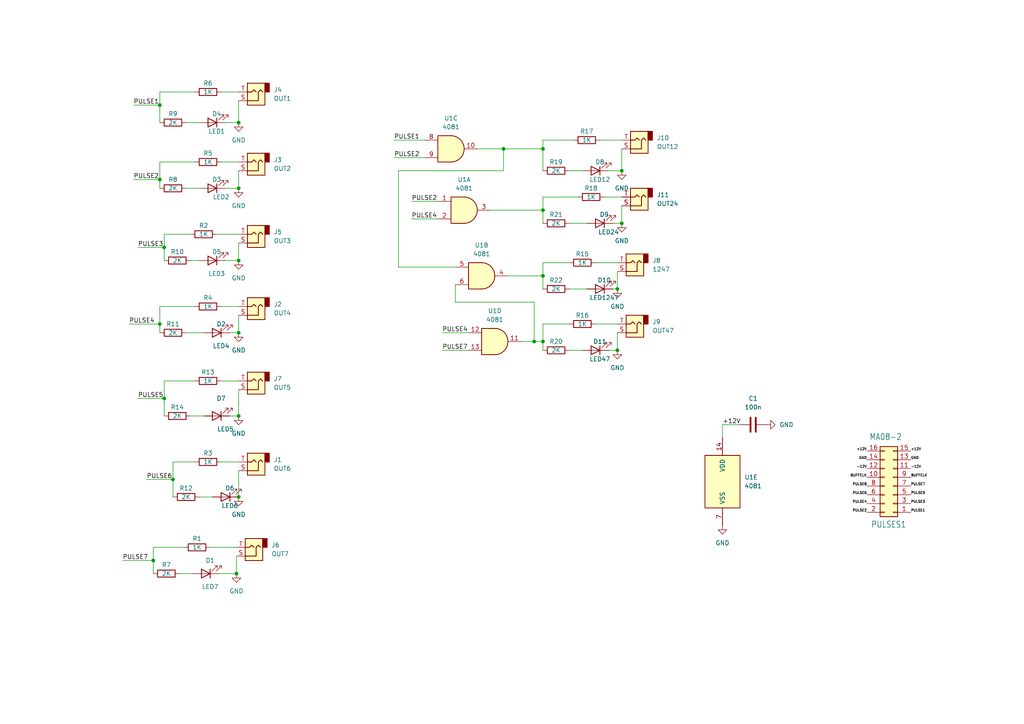
<source format=kicad_sch>
(kicad_sch (version 20211123) (generator eeschema)
  (paper "A4")
  (lib_symbols
    (symbol "4xxx:4081" (pin_names (offset 1.016))
      (property "Reference" "U" (at 0 1.27 0))
      (property "Value" "4081" (at 0 -1.27 0))
      (symbol "4081_1_1"
        (arc (start 0 -3.81) (mid 3.81 0) (end 0 3.81) (stroke (width 0.254)) (fill (type background)))
        (polyline (pts (xy 0 3.81) (xy -3.81 3.81) (xy -3.81 -3.81) (xy 0 -3.81)) (stroke (width 0.254)) (fill (type background)))
        (pin input line (at -7.62 2.54 0) (length 3.81) (name "~") (number "1"))
        (pin input line (at -7.62 -2.54 0) (length 3.81) (name "~") (number "2"))
        (pin output line (at 7.62 0 180) (length 3.81) (name "~") (number "3"))
      )
      (symbol "4081_1_2"
        (arc (start -3.81 -3.81) (mid -2.589 0) (end -3.81 3.81) (stroke (width 0.254)))
        (arc (start -0.6096 -3.81) (mid 2.1855 -2.584) (end 3.81 0) (stroke (width 0.254)) (fill (type background)))
        (polyline (pts (xy -3.81 -3.81) (xy -0.635 -3.81)) (stroke (width 0.254)) (fill (type background)))
        (polyline (pts (xy -3.81 3.81) (xy -0.635 3.81)) (stroke (width 0.254)) (fill (type background)))
        (polyline (pts (xy -0.635 3.81) (xy -3.81 3.81) (xy -3.81 3.81) (xy -3.556 3.4036) (xy -3.0226 2.2606) (xy -2.6924 1.0414) (xy -2.6162 -0.254) (xy -2.7686 -1.4986) (xy -3.175 -2.7178) (xy -3.81 -3.81) (xy -3.81 -3.81) (xy -0.635 -3.81)) (stroke (width -25.4)) (fill (type background)))
        (arc (start 3.81 0) (mid 2.1928 2.5925) (end -0.6096 3.81) (stroke (width 0.254)) (fill (type background)))
        (pin input inverted (at -7.62 2.54 0) (length 4.318) (name "~") (number "1"))
        (pin input inverted (at -7.62 -2.54 0) (length 4.318) (name "~") (number "2"))
        (pin output inverted (at 7.62 0 180) (length 3.81) (name "~") (number "3"))
      )
      (symbol "4081_2_1"
        (arc (start 0 -3.81) (mid 3.81 0) (end 0 3.81) (stroke (width 0.254)) (fill (type background)))
        (polyline (pts (xy 0 3.81) (xy -3.81 3.81) (xy -3.81 -3.81) (xy 0 -3.81)) (stroke (width 0.254)) (fill (type background)))
        (pin output line (at 7.62 0 180) (length 3.81) (name "~") (number "4"))
        (pin input line (at -7.62 2.54 0) (length 3.81) (name "~") (number "5"))
        (pin input line (at -7.62 -2.54 0) (length 3.81) (name "~") (number "6"))
      )
      (symbol "4081_2_2"
        (arc (start -3.81 -3.81) (mid -2.589 0) (end -3.81 3.81) (stroke (width 0.254)))
        (arc (start -0.6096 -3.81) (mid 2.1855 -2.584) (end 3.81 0) (stroke (width 0.254)) (fill (type background)))
        (polyline (pts (xy -3.81 -3.81) (xy -0.635 -3.81)) (stroke (width 0.254)) (fill (type background)))
        (polyline (pts (xy -3.81 3.81) (xy -0.635 3.81)) (stroke (width 0.254)) (fill (type background)))
        (polyline (pts (xy -0.635 3.81) (xy -3.81 3.81) (xy -3.81 3.81) (xy -3.556 3.4036) (xy -3.0226 2.2606) (xy -2.6924 1.0414) (xy -2.6162 -0.254) (xy -2.7686 -1.4986) (xy -3.175 -2.7178) (xy -3.81 -3.81) (xy -3.81 -3.81) (xy -0.635 -3.81)) (stroke (width -25.4)) (fill (type background)))
        (arc (start 3.81 0) (mid 2.1928 2.5925) (end -0.6096 3.81) (stroke (width 0.254)) (fill (type background)))
        (pin output inverted (at 7.62 0 180) (length 3.81) (name "~") (number "4"))
        (pin input inverted (at -7.62 2.54 0) (length 4.318) (name "~") (number "5"))
        (pin input inverted (at -7.62 -2.54 0) (length 4.318) (name "~") (number "6"))
      )
      (symbol "4081_3_1"
        (arc (start 0 -3.81) (mid 3.81 0) (end 0 3.81) (stroke (width 0.254)) (fill (type background)))
        (polyline (pts (xy 0 3.81) (xy -3.81 3.81) (xy -3.81 -3.81) (xy 0 -3.81)) (stroke (width 0.254)) (fill (type background)))
        (pin output line (at 7.62 0 180) (length 3.81) (name "~") (number "10"))
        (pin input line (at -7.62 2.54 0) (length 3.81) (name "~") (number "8"))
        (pin input line (at -7.62 -2.54 0) (length 3.81) (name "~") (number "9"))
      )
      (symbol "4081_3_2"
        (arc (start -3.81 -3.81) (mid -2.589 0) (end -3.81 3.81) (stroke (width 0.254)))
        (arc (start -0.6096 -3.81) (mid 2.1855 -2.584) (end 3.81 0) (stroke (width 0.254)) (fill (type background)))
        (polyline (pts (xy -3.81 -3.81) (xy -0.635 -3.81)) (stroke (width 0.254)) (fill (type background)))
        (polyline (pts (xy -3.81 3.81) (xy -0.635 3.81)) (stroke (width 0.254)) (fill (type background)))
        (polyline (pts (xy -0.635 3.81) (xy -3.81 3.81) (xy -3.81 3.81) (xy -3.556 3.4036) (xy -3.0226 2.2606) (xy -2.6924 1.0414) (xy -2.6162 -0.254) (xy -2.7686 -1.4986) (xy -3.175 -2.7178) (xy -3.81 -3.81) (xy -3.81 -3.81) (xy -0.635 -3.81)) (stroke (width -25.4)) (fill (type background)))
        (arc (start 3.81 0) (mid 2.1928 2.5925) (end -0.6096 3.81) (stroke (width 0.254)) (fill (type background)))
        (pin output inverted (at 7.62 0 180) (length 3.81) (name "~") (number "10"))
        (pin input inverted (at -7.62 2.54 0) (length 4.318) (name "~") (number "8"))
        (pin input inverted (at -7.62 -2.54 0) (length 4.318) (name "~") (number "9"))
      )
      (symbol "4081_4_1"
        (arc (start 0 -3.81) (mid 3.81 0) (end 0 3.81) (stroke (width 0.254)) (fill (type background)))
        (polyline (pts (xy 0 3.81) (xy -3.81 3.81) (xy -3.81 -3.81) (xy 0 -3.81)) (stroke (width 0.254)) (fill (type background)))
        (pin output line (at 7.62 0 180) (length 3.81) (name "~") (number "11"))
        (pin input line (at -7.62 2.54 0) (length 3.81) (name "~") (number "12"))
        (pin input line (at -7.62 -2.54 0) (length 3.81) (name "~") (number "13"))
      )
      (symbol "4081_4_2"
        (arc (start -3.81 -3.81) (mid -2.589 0) (end -3.81 3.81) (stroke (width 0.254)))
        (arc (start -0.6096 -3.81) (mid 2.1855 -2.584) (end 3.81 0) (stroke (width 0.254)) (fill (type background)))
        (polyline (pts (xy -3.81 -3.81) (xy -0.635 -3.81)) (stroke (width 0.254)) (fill (type background)))
        (polyline (pts (xy -3.81 3.81) (xy -0.635 3.81)) (stroke (width 0.254)) (fill (type background)))
        (polyline (pts (xy -0.635 3.81) (xy -3.81 3.81) (xy -3.81 3.81) (xy -3.556 3.4036) (xy -3.0226 2.2606) (xy -2.6924 1.0414) (xy -2.6162 -0.254) (xy -2.7686 -1.4986) (xy -3.175 -2.7178) (xy -3.81 -3.81) (xy -3.81 -3.81) (xy -0.635 -3.81)) (stroke (width -25.4)) (fill (type background)))
        (arc (start 3.81 0) (mid 2.1928 2.5925) (end -0.6096 3.81) (stroke (width 0.254)) (fill (type background)))
        (pin output inverted (at 7.62 0 180) (length 3.81) (name "~") (number "11"))
        (pin input inverted (at -7.62 2.54 0) (length 4.318) (name "~") (number "12"))
        (pin input inverted (at -7.62 -2.54 0) (length 4.318) (name "~") (number "13"))
      )
      (symbol "4081_5_0"
        (pin power_in line (at 0 12.7 270) (length 5.08) (name "VDD") (number "14"))
        (pin power_in line (at 0 -12.7 90) (length 5.08) (name "VSS") (number "7"))
      )
      (symbol "4081_5_1"
        (rectangle (start -5.08 7.62) (end 5.08 -7.62) (stroke (width 0.254)) (fill (type background)))
      )
    )
    (symbol "Connector_Generic:Conn_02x08_Odd_Even" (pin_names (offset 1.016) hide)
      (property "Reference" "J" (at 1.27 10.16 0))
      (property "Value" "Conn_02x08_Odd_Even" (at 1.27 -12.7 0))
      (symbol "Conn_02x08_Odd_Even_1_1"
        (rectangle (start -1.27 -10.033) (end 0 -10.287) (stroke (width 0.1524)))
        (rectangle (start -1.27 -7.493) (end 0 -7.747) (stroke (width 0.1524)))
        (rectangle (start -1.27 -4.953) (end 0 -5.207) (stroke (width 0.1524)))
        (rectangle (start -1.27 -2.413) (end 0 -2.667) (stroke (width 0.1524)))
        (rectangle (start -1.27 0.127) (end 0 -0.127) (stroke (width 0.1524)))
        (rectangle (start -1.27 2.667) (end 0 2.413) (stroke (width 0.1524)))
        (rectangle (start -1.27 5.207) (end 0 4.953) (stroke (width 0.1524)))
        (rectangle (start -1.27 7.747) (end 0 7.493) (stroke (width 0.1524)))
        (rectangle (start -1.27 8.89) (end 3.81 -11.43) (stroke (width 0.254)) (fill (type background)))
        (rectangle (start 3.81 -10.033) (end 2.54 -10.287) (stroke (width 0.1524)))
        (rectangle (start 3.81 -7.493) (end 2.54 -7.747) (stroke (width 0.1524)))
        (rectangle (start 3.81 -4.953) (end 2.54 -5.207) (stroke (width 0.1524)))
        (rectangle (start 3.81 -2.413) (end 2.54 -2.667) (stroke (width 0.1524)))
        (rectangle (start 3.81 0.127) (end 2.54 -0.127) (stroke (width 0.1524)))
        (rectangle (start 3.81 2.667) (end 2.54 2.413) (stroke (width 0.1524)))
        (rectangle (start 3.81 5.207) (end 2.54 4.953) (stroke (width 0.1524)))
        (rectangle (start 3.81 7.747) (end 2.54 7.493) (stroke (width 0.1524)))
        (pin passive line (at -5.08 7.62 0) (length 3.81) (name "Pin_1") (number "1"))
        (pin passive line (at 7.62 -2.54 180) (length 3.81) (name "Pin_10") (number "10"))
        (pin passive line (at -5.08 -5.08 0) (length 3.81) (name "Pin_11") (number "11"))
        (pin passive line (at 7.62 -5.08 180) (length 3.81) (name "Pin_12") (number "12"))
        (pin passive line (at -5.08 -7.62 0) (length 3.81) (name "Pin_13") (number "13"))
        (pin passive line (at 7.62 -7.62 180) (length 3.81) (name "Pin_14") (number "14"))
        (pin passive line (at -5.08 -10.16 0) (length 3.81) (name "Pin_15") (number "15"))
        (pin passive line (at 7.62 -10.16 180) (length 3.81) (name "Pin_16") (number "16"))
        (pin passive line (at 7.62 7.62 180) (length 3.81) (name "Pin_2") (number "2"))
        (pin passive line (at -5.08 5.08 0) (length 3.81) (name "Pin_3") (number "3"))
        (pin passive line (at 7.62 5.08 180) (length 3.81) (name "Pin_4") (number "4"))
        (pin passive line (at -5.08 2.54 0) (length 3.81) (name "Pin_5") (number "5"))
        (pin passive line (at 7.62 2.54 180) (length 3.81) (name "Pin_6") (number "6"))
        (pin passive line (at -5.08 0 0) (length 3.81) (name "Pin_7") (number "7"))
        (pin passive line (at 7.62 0 180) (length 3.81) (name "Pin_8") (number "8"))
        (pin passive line (at -5.08 -2.54 0) (length 3.81) (name "Pin_9") (number "9"))
      )
    )
    (symbol "ao_symbols:AudioJack2"
      (property "Reference" "J" (at 0 8.89 0))
      (property "Value" "AudioJack2" (at 0 6.35 0))
      (symbol "AudioJack2_0_1"
        (rectangle (start -3.81 0) (end -2.54 -2.54) (stroke (width 0.254)) (fill (type outline)))
        (rectangle (start -2.54 3.81) (end 2.54 -2.54) (stroke (width 0.254)) (fill (type background)))
        (polyline (pts (xy 0 0) (xy 0.635 -0.635) (xy 1.27 0) (xy 2.54 0)) (stroke (width 0.254)))
        (polyline (pts (xy 2.54 2.54) (xy -0.635 2.54) (xy -0.635 0) (xy -1.27 -0.635) (xy -1.905 0)) (stroke (width 0.254)))
      )
      (symbol "AudioJack2_1_1"
        (pin passive line (at 5.08 2.54 180) (length 2.54) (name "~") (number "S"))
        (pin passive line (at 5.08 0 180) (length 2.54) (name "~") (number "T"))
      )
    )
    (symbol "ao_symbols:C" (pin_numbers hide) (pin_names (offset 0.254))
      (property "Reference" "C" (at 0.635 2.54 0))
      (property "Value" "C" (at 0.635 -2.54 0))
      (symbol "C_0_1"
        (polyline (pts (xy -2.032 -0.762) (xy 2.032 -0.762)) (stroke (width 0.508)))
        (polyline (pts (xy -2.032 0.762) (xy 2.032 0.762)) (stroke (width 0.508)))
      )
      (symbol "C_1_1"
        (pin passive line (at 0 3.81 270) (length 2.794) (name "~") (number "1"))
        (pin passive line (at 0 -3.81 90) (length 2.794) (name "~") (number "2"))
      )
    )
    (symbol "ao_symbols:LED_green" (pin_numbers hide) (pin_names (offset 1.016) hide)
      (property "Reference" "D" (at 0 2.54 0))
      (property "Value" "LED_green" (at 0 -2.54 0))
      (symbol "LED_green_0_1"
        (polyline (pts (xy -1.27 -1.27) (xy -1.27 1.27)) (stroke (width 0.254)))
        (polyline (pts (xy -1.27 0) (xy 1.27 0)))
        (polyline (pts (xy 1.27 -1.27) (xy 1.27 1.27) (xy -1.27 0) (xy 1.27 -1.27)) (stroke (width 0.254)))
        (polyline (pts (xy -3.048 -0.762) (xy -4.572 -2.286) (xy -3.81 -2.286) (xy -4.572 -2.286) (xy -4.572 -1.524)))
        (polyline (pts (xy -1.778 -0.762) (xy -3.302 -2.286) (xy -2.54 -2.286) (xy -3.302 -2.286) (xy -3.302 -1.524)))
      )
      (symbol "LED_green_1_1"
        (pin passive line (at -3.81 0 0) (length 2.54) (name "K") (number "1"))
        (pin passive line (at 3.81 0 180) (length 2.54) (name "A") (number "2"))
      )
    )
    (symbol "ao_symbols:R" (pin_numbers hide) (pin_names (offset 0))
      (property "Reference" "R" (at 2.032 0 90))
      (property "Value" "R" (at 0 0 90))
      (symbol "R_0_1"
        (rectangle (start -1.016 -2.54) (end 1.016 2.54) (stroke (width 0.254)))
      )
      (symbol "R_1_1"
        (pin passive line (at 0 3.81 270) (length 1.27) (name "~") (number "1"))
        (pin passive line (at 0 -3.81 90) (length 1.27) (name "~") (number "2"))
      )
    )
    (symbol "power:GND" (power) (pin_names (offset 0))
      (property "Value" "GND" (at 0 -3.81 0))
      (symbol "GND_0_1"
        (polyline (pts (xy 0 0) (xy 0 -1.27) (xy 1.27 -1.27) (xy 0 -2.54) (xy -1.27 -1.27) (xy 0 -1.27)))
      )
      (symbol "GND_1_1"
        (pin power_in line (at 0 0 270) (length 0) hide (name "GND") (number "1"))
      )
    )
  )
  (junction (at 157.48 80.01))
  (junction (at 69.215 144.145))
  (junction (at 47.625 71.755))
  (junction (at 157.48 60.96))
  (junction (at 180.34 64.77))
  (junction (at 179.07 83.82))
  (junction (at 179.07 101.6))
  (junction (at 69.215 75.565))
  (junction (at 44.45 162.56))
  (junction (at 50.165 139.065))
  (junction (at 69.215 120.65))
  (junction (at 157.48 99.06))
  (junction (at 46.355 93.98))
  (junction (at 46.355 30.48))
  (junction (at 69.215 96.52))
  (junction (at 68.58 166.37))
  (junction (at 46.355 52.07))
  (junction (at 146.05 43.18))
  (junction (at 69.215 35.56))
  (junction (at 47.625 115.57))
  (junction (at 154.94 99.06))
  (junction (at 180.34 49.53))
  (junction (at 69.215 54.61))
  (junction (at 157.48 43.18))
  (wire (pts (xy 146.05 43.18) (xy 157.48 43.18)))
  (wire (pts (xy 175.26 57.15) (xy 180.34 57.15)))
  (wire (pts (xy 180.34 49.53) (xy 180.34 43.18)))
  (wire (pts (xy 46.355 93.98) (xy 46.355 96.52)))
  (wire (pts (xy 146.05 49.53) (xy 115.57 49.53)))
  (wire (pts (xy 53.975 54.61) (xy 57.785 54.61)))
  (wire (pts (xy 176.53 49.53) (xy 180.34 49.53)))
  (wire (pts (xy 69.215 96.52) (xy 69.215 91.44)))
  (wire (pts (xy 69.215 54.61) (xy 69.215 49.53)))
  (wire (pts (xy 179.07 101.6) (xy 179.07 96.52)))
  (wire (pts (xy 52.07 166.37) (xy 55.88 166.37)))
  (wire (pts (xy 157.48 60.96) (xy 157.48 64.77)))
  (wire (pts (xy 172.72 93.98) (xy 179.07 93.98)))
  (wire (pts (xy 146.05 43.18) (xy 146.05 49.53)))
  (wire (pts (xy 157.48 93.98) (xy 157.48 99.06)))
  (wire (pts (xy 69.215 136.525) (xy 69.215 144.145)))
  (wire (pts (xy 138.43 43.18) (xy 146.05 43.18)))
  (wire (pts (xy 64.135 133.985) (xy 69.215 133.985)))
  (wire (pts (xy 65.405 54.61) (xy 69.215 54.61)))
  (wire (pts (xy 157.48 57.15) (xy 157.48 60.96)))
  (wire (pts (xy 69.215 75.565) (xy 69.215 70.485)))
  (wire (pts (xy 176.53 101.6) (xy 179.07 101.6)))
  (wire (pts (xy 157.48 40.64) (xy 157.48 43.18)))
  (wire (pts (xy 50.165 139.065) (xy 50.165 144.145)))
  (wire (pts (xy 128.27 96.52) (xy 135.89 96.52)))
  (wire (pts (xy 114.3 45.72) (xy 123.19 45.72)))
  (wire (pts (xy 64.135 110.49) (xy 69.215 110.49)))
  (wire (pts (xy 154.94 99.06) (xy 157.48 99.06)))
  (wire (pts (xy 50.165 133.985) (xy 50.165 139.065)))
  (wire (pts (xy 177.8 83.82) (xy 179.07 83.82)))
  (wire (pts (xy 68.58 166.37) (xy 68.58 161.29)))
  (wire (pts (xy 38.735 52.07) (xy 46.355 52.07)))
  (wire (pts (xy 53.975 35.56) (xy 57.785 35.56)))
  (wire (pts (xy 166.37 40.64) (xy 157.48 40.64)))
  (wire (pts (xy 165.1 101.6) (xy 168.91 101.6)))
  (wire (pts (xy 56.515 26.67) (xy 46.355 26.67)))
  (wire (pts (xy 119.38 58.42) (xy 127 58.42)))
  (wire (pts (xy 177.8 64.77) (xy 180.34 64.77)))
  (wire (pts (xy 44.45 158.75) (xy 44.45 162.56)))
  (wire (pts (xy 165.1 64.77) (xy 170.18 64.77)))
  (wire (pts (xy 47.625 71.755) (xy 47.625 75.565)))
  (wire (pts (xy 47.625 110.49) (xy 47.625 115.57)))
  (wire (pts (xy 64.135 26.67) (xy 69.215 26.67)))
  (wire (pts (xy 47.625 67.945) (xy 47.625 71.755)))
  (wire (pts (xy 165.1 76.2) (xy 157.48 76.2)))
  (wire (pts (xy 44.45 162.56) (xy 44.45 166.37)))
  (wire (pts (xy 167.64 57.15) (xy 157.48 57.15)))
  (wire (pts (xy 56.515 133.985) (xy 50.165 133.985)))
  (wire (pts (xy 60.96 158.75) (xy 68.58 158.75)))
  (wire (pts (xy 65.405 75.565) (xy 69.215 75.565)))
  (wire (pts (xy 114.3 40.64) (xy 123.19 40.64)))
  (wire (pts (xy 154.94 87.63) (xy 132.08 87.63)))
  (wire (pts (xy 157.48 99.06) (xy 157.48 101.6)))
  (wire (pts (xy 157.48 80.01) (xy 157.48 83.82)))
  (wire (pts (xy 55.245 120.65) (xy 59.055 120.65)))
  (wire (pts (xy 46.355 88.9) (xy 56.515 88.9)))
  (wire (pts (xy 40.005 115.57) (xy 47.625 115.57)))
  (wire (pts (xy 63.5 166.37) (xy 68.58 166.37)))
  (wire (pts (xy 165.1 49.53) (xy 168.91 49.53)))
  (wire (pts (xy 40.005 71.755) (xy 47.625 71.755)))
  (wire (pts (xy 64.135 88.9) (xy 69.215 88.9)))
  (wire (pts (xy 115.57 77.47) (xy 132.08 77.47)))
  (wire (pts (xy 35.56 162.56) (xy 44.45 162.56)))
  (wire (pts (xy 46.355 30.48) (xy 46.355 35.56)))
  (wire (pts (xy 165.1 83.82) (xy 170.18 83.82)))
  (wire (pts (xy 214.63 123.19) (xy 209.55 123.19)))
  (wire (pts (xy 173.99 40.64) (xy 180.34 40.64)))
  (wire (pts (xy 53.34 158.75) (xy 44.45 158.75)))
  (wire (pts (xy 165.1 93.98) (xy 157.48 93.98)))
  (wire (pts (xy 56.515 110.49) (xy 47.625 110.49)))
  (wire (pts (xy 128.27 101.6) (xy 135.89 101.6)))
  (wire (pts (xy 64.135 46.99) (xy 69.215 46.99)))
  (wire (pts (xy 147.32 80.01) (xy 157.48 80.01)))
  (wire (pts (xy 55.245 67.945) (xy 47.625 67.945)))
  (wire (pts (xy 172.72 76.2) (xy 179.07 76.2)))
  (wire (pts (xy 119.38 63.5) (xy 127 63.5)))
  (wire (pts (xy 53.975 96.52) (xy 59.055 96.52)))
  (wire (pts (xy 157.48 76.2) (xy 157.48 80.01)))
  (wire (pts (xy 209.55 123.19) (xy 209.55 127)))
  (wire (pts (xy 46.355 88.9) (xy 46.355 93.98)))
  (wire (pts (xy 69.215 120.65) (xy 69.215 113.03)))
  (wire (pts (xy 142.24 60.96) (xy 157.48 60.96)))
  (wire (pts (xy 66.675 96.52) (xy 69.215 96.52)))
  (wire (pts (xy 57.785 144.145) (xy 61.595 144.145)))
  (wire (pts (xy 56.515 46.99) (xy 46.355 46.99)))
  (wire (pts (xy 179.07 83.82) (xy 179.07 78.74)))
  (wire (pts (xy 157.48 43.18) (xy 157.48 49.53)))
  (wire (pts (xy 55.245 75.565) (xy 57.785 75.565)))
  (wire (pts (xy 47.625 115.57) (xy 47.625 120.65)))
  (wire (pts (xy 66.675 120.65) (xy 69.215 120.65)))
  (wire (pts (xy 37.465 93.98) (xy 46.355 93.98)))
  (wire (pts (xy 46.355 46.99) (xy 46.355 52.07)))
  (wire (pts (xy 115.57 49.53) (xy 115.57 77.47)))
  (wire (pts (xy 42.545 139.065) (xy 50.165 139.065)))
  (wire (pts (xy 180.34 64.77) (xy 180.34 59.69)))
  (wire (pts (xy 132.08 87.63) (xy 132.08 82.55)))
  (wire (pts (xy 62.865 67.945) (xy 69.215 67.945)))
  (wire (pts (xy 38.735 30.48) (xy 46.355 30.48)))
  (wire (pts (xy 65.405 35.56) (xy 69.215 35.56)))
  (wire (pts (xy 151.13 99.06) (xy 154.94 99.06)))
  (wire (pts (xy 69.215 35.56) (xy 69.215 29.21)))
  (wire (pts (xy 154.94 99.06) (xy 154.94 87.63)))
  (wire (pts (xy 46.355 26.67) (xy 46.355 30.48)))
  (wire (pts (xy 46.355 52.07) (xy 46.355 54.61)))
  (label "PULSE4" (at 119.38 63.5 0))
  (label "PULSE1" (at 38.735 30.48 0))
  (label "PULSE6" (at 42.545 139.065 0))
  (label "GND" (at 264.16 133.35 0) (effects (font (size 0.7112 0.7112))))
  (label "PULSE3" (at 264.16 146.05 0) (effects (font (size 0.7112 0.7112))))
  (label "BUFFCLK" (at 251.46 138.43 180) (effects (font (size 0.7112 0.7112))))
  (label "PULSE5" (at 264.16 143.51 0) (effects (font (size 0.7112 0.7112))))
  (label "PULSE6" (at 251.46 143.51 180) (effects (font (size 0.7112 0.7112))))
  (label "+12V" (at 209.55 123.19 0))
  (label "PULSE4" (at 37.465 93.98 0))
  (label "-12V" (at 251.46 135.89 180) (effects (font (size 0.7112 0.7112))))
  (label "PULSE2" (at 38.735 52.07 0))
  (label "PULSE3" (at 40.005 71.755 0))
  (label "PULSE4" (at 128.27 96.52 0))
  (label "GND" (at 251.46 133.35 180) (effects (font (size 0.7112 0.7112))))
  (label "-12V" (at 264.16 135.89 0) (effects (font (size 0.7112 0.7112))))
  (label "PULSE4" (at 251.46 146.05 180) (effects (font (size 0.7112 0.7112))))
  (label "PULSE5" (at 40.005 115.57 0))
  (label "PULSE7" (at 128.27 101.6 0))
  (label "PULSE7" (at 35.56 162.56 0))
  (label "PULSE1" (at 114.3 40.64 0))
  (label "BUFFCLK" (at 264.16 138.43 0) (effects (font (size 0.7112 0.7112))))
  (label "PULSE1" (at 264.16 148.59 0) (effects (font (size 0.7112 0.7112))))
  (label "PULSE2" (at 119.38 58.42 0))
  (label "PULSE8" (at 251.46 140.97 180) (effects (font (size 0.7112 0.7112))))
  (label "PULSE2" (at 251.46 148.59 180) (effects (font (size 0.7112 0.7112))))
  (label "+12V" (at 251.46 130.81 180) (effects (font (size 0.7112 0.7112))))
  (label "PULSE7" (at 264.16 140.97 0) (effects (font (size 0.7112 0.7112))))
  (label "PULSE2" (at 114.3 45.72 0))
  (label "+12V" (at 264.16 130.81 0) (effects (font (size 0.7112 0.7112))))
  (symbol (lib_id "ao_symbols:R") (at 168.91 76.2 90) (unit 1)
    (property "Reference" "R15" (at 168.91 73.66 90))
    (property "Value" "1K" (at 168.91 76.2 90))
    (property "Footprint" "ao_tht:R_Axial_DIN0207_L6.3mm_D2.5mm_P2.54mm_Vertical" (effects hide))
    (property "Vendor" "Tayda" (effects hide))
  )
  (symbol (lib_id "ao_symbols:LED_green") (at 65.405 144.145 180) (unit 1)
    (property "Reference" "D6" (at 66.675 141.605 0))
    (property "Value" "LED6" (at 66.675 146.685 0))
    (property "Footprint" "ao_tht:LED_D5.0mm" (effects hide))
    (property "Vendor" "Tayda" (effects hide))
    (property "SKU" "A-1553" (effects hide))
  )
  (symbol (lib_id "power:GND") (at 69.215 144.145 0) (unit 1)
    (property "Reference" "#PWR0101" (effects hide))
    (property "Value" "GND" (at 69.215 149.225 0))
  )
  (symbol (lib_id "ao_symbols:R") (at 50.165 35.56 90) (unit 1)
    (property "Reference" "R9" (at 50.165 33.02 90))
    (property "Value" "2K" (at 50.165 35.56 90))
    (property "Footprint" "ao_tht:R_Axial_DIN0207_L6.3mm_D2.5mm_P10.16mm_Horizontal" (effects hide))
    (property "Vendor" "Tayda" (effects hide))
  )
  (symbol (lib_id "ao_symbols:LED_green") (at 173.99 64.77 180) (unit 1)
    (property "Reference" "D9" (at 175.26 62.23 0))
    (property "Value" "LED24" (at 176.53 67.31 0))
    (property "Footprint" "ao_tht:LED_D5.0mm" (effects hide))
    (property "Vendor" "Tayda" (effects hide))
    (property "SKU" "A-1553" (effects hide))
  )
  (symbol (lib_id "4xxx:4081") (at 130.81 43.18 0) (unit 3)
    (property "Reference" "U1" (at 130.81 34.29 0))
    (property "Value" "4081" (at 130.81 36.83 0))
    (property "Footprint" "ao_tht:DIP-14_W7.62mm_Socket_LongPads" (effects hide))
    (property "Datasheet" "http://www.intersil.com/content/dam/Intersil/documents/cd40/cd4073bms-81bms-82bms.pdf" (effects hide))
  )
  (symbol (lib_id "ao_symbols:AudioJack2") (at 74.295 26.67 180) (unit 1)
    (property "Reference" "J4" (at 79.375 26.0349 0) (effects (justify right)))
    (property "Value" "OUT1" (at 79.375 28.5749 0) (effects (justify right)))
    (property "Footprint" "ao_tht:Jack_6.35mm_PJ_629HAN" (effects hide))
    (property "Vendor" "Tayda" (effects hide))
    (property "SKU" "A-1121" (effects hide))
  )
  (symbol (lib_id "ao_symbols:LED_green") (at 59.69 166.37 180) (unit 1)
    (property "Reference" "D1" (at 60.96 162.56 0))
    (property "Value" "LED7" (at 60.96 170.18 0))
    (property "Footprint" "ao_tht:LED_D5.0mm" (effects hide))
    (property "Vendor" "Tayda" (effects hide))
    (property "SKU" "A-1553" (effects hide))
  )
  (symbol (lib_id "ao_symbols:LED_green") (at 172.72 101.6 180) (unit 1)
    (property "Reference" "D11" (at 173.99 99.06 0))
    (property "Value" "LED47" (at 173.99 104.14 0))
    (property "Footprint" "ao_tht:LED_D5.0mm" (effects hide))
    (property "Vendor" "Tayda" (effects hide))
    (property "SKU" "A-1553" (effects hide))
  )
  (symbol (lib_id "4xxx:4081") (at 134.62 60.96 0) (unit 1)
    (property "Reference" "U1" (at 134.62 52.07 0))
    (property "Value" "4081" (at 134.62 54.61 0))
    (property "Footprint" "ao_tht:DIP-14_W7.62mm_Socket_LongPads" (effects hide))
    (property "Datasheet" "http://www.intersil.com/content/dam/Intersil/documents/cd40/cd4073bms-81bms-82bms.pdf" (effects hide))
  )
  (symbol (lib_id "ao_symbols:LED_green") (at 62.865 96.52 180) (unit 1)
    (property "Reference" "D2" (at 64.135 93.98 0))
    (property "Value" "LED4" (at 64.135 100.33 0))
    (property "Footprint" "ao_tht:LED_D5.0mm" (effects hide))
    (property "Vendor" "Tayda" (effects hide))
    (property "SKU" "A-1553" (effects hide))
  )
  (symbol (lib_id "ao_symbols:R") (at 60.325 46.99 90) (unit 1)
    (property "Reference" "R5" (at 60.325 44.45 90))
    (property "Value" "1K" (at 60.325 46.99 90))
    (property "Footprint" "ao_tht:R_Axial_DIN0207_L6.3mm_D2.5mm_P2.54mm_Vertical" (effects hide))
    (property "Vendor" "Tayda" (effects hide))
  )
  (symbol (lib_id "ao_symbols:AudioJack2") (at 73.66 158.75 180) (unit 1)
    (property "Reference" "J6" (at 78.74 158.1149 0) (effects (justify right)))
    (property "Value" "OUT7" (at 78.74 160.6549 0) (effects (justify right)))
    (property "Footprint" "ao_tht:Jack_6.35mm_PJ_629HAN" (effects hide))
    (property "Vendor" "Tayda" (effects hide))
    (property "SKU" "A-1121" (effects hide))
  )
  (symbol (lib_id "power:GND") (at 179.07 101.6 0) (unit 1)
    (property "Reference" "#PWR08" (effects hide))
    (property "Value" "GND" (at 179.07 106.68 0))
  )
  (symbol (lib_id "ao_symbols:R") (at 50.165 96.52 90) (unit 1)
    (property "Reference" "R11" (at 50.165 93.98 90))
    (property "Value" "2K" (at 50.165 96.52 90))
    (property "Footprint" "ao_tht:R_Axial_DIN0207_L6.3mm_D2.5mm_P10.16mm_Horizontal" (effects hide))
    (property "Vendor" "Tayda" (effects hide))
  )
  (symbol (lib_id "power:GND") (at 180.34 64.77 0) (unit 1)
    (property "Reference" "#PWR010" (effects hide))
    (property "Value" "GND" (at 180.34 69.85 0))
  )
  (symbol (lib_id "ao_symbols:LED_green") (at 61.595 75.565 180) (unit 1)
    (property "Reference" "D5" (at 62.865 73.025 0))
    (property "Value" "LED3" (at 62.865 79.375 0))
    (property "Footprint" "ao_tht:LED_D5.0mm" (effects hide))
    (property "Vendor" "Tayda" (effects hide))
    (property "SKU" "A-1553" (effects hide))
  )
  (symbol (lib_id "ao_symbols:R") (at 59.055 67.945 90) (unit 1)
    (property "Reference" "R2" (at 59.055 65.405 90))
    (property "Value" "1K" (at 59.055 67.945 90))
    (property "Footprint" "ao_tht:R_Axial_DIN0207_L6.3mm_D2.5mm_P2.54mm_Vertical" (effects hide))
    (property "Vendor" "Tayda" (effects hide))
  )
  (symbol (lib_id "ao_symbols:R") (at 48.26 166.37 90) (unit 1)
    (property "Reference" "R7" (at 48.26 163.83 90))
    (property "Value" "2K" (at 48.26 166.37 90))
    (property "Footprint" "ao_tht:R_Axial_DIN0207_L6.3mm_D2.5mm_P10.16mm_Horizontal" (effects hide))
    (property "Vendor" "Tayda" (effects hide))
  )
  (symbol (lib_id "power:GND") (at 222.25 123.19 90) (unit 1)
    (property "Reference" "#PWR012" (effects hide))
    (property "Value" "GND" (at 226.06 123.1899 90) (effects (justify right)))
  )
  (symbol (lib_id "ao_symbols:AudioJack2") (at 184.15 93.98 180) (unit 1)
    (property "Reference" "J9" (at 189.23 93.3449 0) (effects (justify right)))
    (property "Value" "OUT47" (at 189.23 95.8849 0) (effects (justify right)))
    (property "Footprint" "ao_tht:Jack_6.35mm_PJ_629HAN" (effects hide))
    (property "Vendor" "Tayda" (effects hide))
    (property "SKU" "A-1121" (effects hide))
  )
  (symbol (lib_id "ao_symbols:R") (at 171.45 57.15 90) (unit 1)
    (property "Reference" "R18" (at 171.45 54.61 90))
    (property "Value" "1K" (at 171.45 57.15 90))
    (property "Footprint" "ao_tht:R_Axial_DIN0207_L6.3mm_D2.5mm_P2.54mm_Vertical" (effects hide))
    (property "Vendor" "Tayda" (effects hide))
  )
  (symbol (lib_id "ao_symbols:C") (at 218.44 123.19 90) (unit 1)
    (property "Reference" "C1" (at 218.44 115.57 90))
    (property "Value" "100n" (at 218.44 118.11 90))
    (property "Footprint" "ao_tht:C_Disc_D3.0mm_W1.6mm_P2.50mm" (effects hide))
    (property "Vendor" "Tayda" (effects hide))
  )
  (symbol (lib_id "ao_symbols:R") (at 60.325 110.49 90) (unit 1)
    (property "Reference" "R13" (at 60.325 107.95 90))
    (property "Value" "1K" (at 60.325 110.49 90))
    (property "Footprint" "ao_tht:R_Axial_DIN0207_L6.3mm_D2.5mm_P2.54mm_Vertical" (effects hide))
    (property "Vendor" "Tayda" (effects hide))
  )
  (symbol (lib_id "ao_symbols:R") (at 60.325 133.985 90) (unit 1)
    (property "Reference" "R3" (at 60.325 131.445 90))
    (property "Value" "1K" (at 60.325 133.985 90))
    (property "Footprint" "ao_tht:R_Axial_DIN0207_L6.3mm_D2.5mm_P2.54mm_Vertical" (effects hide))
    (property "Vendor" "Tayda" (effects hide))
  )
  (symbol (lib_id "ao_symbols:R") (at 57.15 158.75 90) (unit 1)
    (property "Reference" "R1" (at 57.15 156.21 90))
    (property "Value" "1K" (at 57.15 158.75 90))
    (property "Footprint" "ao_tht:R_Axial_DIN0207_L6.3mm_D2.5mm_P2.54mm_Vertical" (effects hide))
    (property "Vendor" "Tayda" (effects hide))
  )
  (symbol (lib_id "power:GND") (at 68.58 166.37 0) (unit 1)
    (property "Reference" "#PWR05" (effects hide))
    (property "Value" "GND" (at 68.58 171.45 0))
  )
  (symbol (lib_id "power:GND") (at 69.215 120.65 0) (unit 1)
    (property "Reference" "#PWR06" (effects hide))
    (property "Value" "GND" (at 69.215 125.73 0))
  )
  (symbol (lib_id "ao_symbols:R") (at 53.975 144.145 90) (unit 1)
    (property "Reference" "R12" (at 53.975 141.605 90))
    (property "Value" "2K" (at 53.975 144.145 90))
    (property "Footprint" "ao_tht:R_Axial_DIN0207_L6.3mm_D2.5mm_P10.16mm_Horizontal" (effects hide))
    (property "Vendor" "Tayda" (effects hide))
  )
  (symbol (lib_id "ao_symbols:R") (at 161.29 64.77 90) (unit 1)
    (property "Reference" "R21" (at 161.29 62.23 90))
    (property "Value" "2K" (at 161.29 64.77 90))
    (property "Footprint" "ao_tht:R_Axial_DIN0207_L6.3mm_D2.5mm_P10.16mm_Horizontal" (effects hide))
    (property "Vendor" "Tayda" (effects hide))
  )
  (symbol (lib_id "ao_symbols:R") (at 161.29 101.6 90) (unit 1)
    (property "Reference" "R20" (at 161.29 99.06 90))
    (property "Value" "2K" (at 161.29 101.6 90))
    (property "Footprint" "ao_tht:R_Axial_DIN0207_L6.3mm_D2.5mm_P10.16mm_Horizontal" (effects hide))
    (property "Vendor" "Tayda" (effects hide))
  )
  (symbol (lib_id "power:GND") (at 69.215 54.61 0) (unit 1)
    (property "Reference" "#PWR02" (effects hide))
    (property "Value" "GND" (at 69.215 59.69 0))
  )
  (symbol (lib_id "ao_symbols:AudioJack2") (at 74.295 46.99 180) (unit 1)
    (property "Reference" "J3" (at 79.375 46.3549 0) (effects (justify right)))
    (property "Value" "OUT2" (at 79.375 48.8949 0) (effects (justify right)))
    (property "Footprint" "ao_tht:Jack_6.35mm_PJ_629HAN" (effects hide))
    (property "Vendor" "Tayda" (effects hide))
    (property "SKU" "A-1121" (effects hide))
  )
  (symbol (lib_id "Connector_Generic:Conn_02x08_Odd_Even") (at 259.08 140.97 180) (unit 1)
    (property "Reference" "PULSES1" (at 262.89 151.13 0) (effects (font (size 1.778 1.5113)) (justify left bottom)))
    (property "Value" "MA08-2" (at 261.62 125.73 0) (effects (font (size 1.778 1.5113)) (justify left bottom)))
    (property "Footprint" "Connector_IDC:IDC-Header_2x08_P2.54mm_Vertical" (effects hide))
  )
  (symbol (lib_id "ao_symbols:AudioJack2") (at 185.42 57.15 180) (unit 1)
    (property "Reference" "J11" (at 190.5 56.5149 0) (effects (justify right)))
    (property "Value" "OUT24" (at 190.5 59.0549 0) (effects (justify right)))
    (property "Footprint" "ao_tht:Jack_6.35mm_PJ_629HAN" (effects hide))
    (property "Vendor" "Tayda" (effects hide))
    (property "SKU" "A-1121" (effects hide))
  )
  (symbol (lib_id "ao_symbols:LED_green") (at 173.99 83.82 180) (unit 1)
    (property "Reference" "D10" (at 175.26 81.28 0))
    (property "Value" "LED1247" (at 175.26 86.36 0))
    (property "Footprint" "ao_tht:LED_D5.0mm" (effects hide))
    (property "Vendor" "Tayda" (effects hide))
    (property "SKU" "A-1553" (effects hide))
  )
  (symbol (lib_id "ao_symbols:AudioJack2") (at 74.295 110.49 180) (unit 1)
    (property "Reference" "J7" (at 79.375 109.8549 0) (effects (justify right)))
    (property "Value" "OUT5" (at 79.375 112.3949 0) (effects (justify right)))
    (property "Footprint" "ao_tht:Jack_6.35mm_PJ_629HAN" (effects hide))
    (property "Vendor" "Tayda" (effects hide))
    (property "SKU" "A-1121" (effects hide))
  )
  (symbol (lib_id "ao_symbols:AudioJack2") (at 74.295 67.945 180) (unit 1)
    (property "Reference" "J5" (at 79.375 67.3099 0) (effects (justify right)))
    (property "Value" "OUT3" (at 79.375 69.8499 0) (effects (justify right)))
    (property "Footprint" "ao_tht:Jack_6.35mm_PJ_629HAN" (effects hide))
    (property "Vendor" "Tayda" (effects hide))
    (property "SKU" "A-1121" (effects hide))
  )
  (symbol (lib_id "ao_symbols:R") (at 60.325 88.9 90) (unit 1)
    (property "Reference" "R4" (at 60.325 86.36 90))
    (property "Value" "1K" (at 60.325 88.9 90))
    (property "Footprint" "ao_tht:R_Axial_DIN0207_L6.3mm_D2.5mm_P2.54mm_Vertical" (effects hide))
    (property "Vendor" "Tayda" (effects hide))
  )
  (symbol (lib_id "ao_symbols:R") (at 60.325 26.67 90) (unit 1)
    (property "Reference" "R6" (at 60.325 24.13 90))
    (property "Value" "1K" (at 60.325 26.67 90))
    (property "Footprint" "ao_tht:R_Axial_DIN0207_L6.3mm_D2.5mm_P2.54mm_Vertical" (effects hide))
    (property "Vendor" "Tayda" (effects hide))
  )
  (symbol (lib_id "power:GND") (at 180.34 49.53 0) (unit 1)
    (property "Reference" "#PWR09" (effects hide))
    (property "Value" "GND" (at 180.34 54.61 0))
  )
  (symbol (lib_id "power:GND") (at 209.55 152.4 0) (unit 1)
    (property "Reference" "#PWR011" (effects hide))
    (property "Value" "GND" (at 209.55 157.48 0))
  )
  (symbol (lib_id "ao_symbols:AudioJack2") (at 184.15 76.2 180) (unit 1)
    (property "Reference" "J8" (at 189.23 75.5649 0) (effects (justify right)))
    (property "Value" "1247" (at 189.23 78.1049 0) (effects (justify right)))
    (property "Footprint" "ao_tht:Jack_6.35mm_PJ_629HAN" (effects hide))
    (property "Vendor" "Tayda" (effects hide))
    (property "SKU" "A-1121" (effects hide))
  )
  (symbol (lib_id "ao_symbols:LED_green") (at 172.72 49.53 180) (unit 1)
    (property "Reference" "D8" (at 173.99 46.99 0))
    (property "Value" "LED12" (at 173.99 52.07 0))
    (property "Footprint" "ao_tht:LED_D5.0mm" (effects hide))
    (property "Vendor" "Tayda" (effects hide))
    (property "SKU" "A-1553" (effects hide))
  )
  (symbol (lib_id "ao_symbols:R") (at 50.165 54.61 90) (unit 1)
    (property "Reference" "R8" (at 50.165 52.07 90))
    (property "Value" "2K" (at 50.165 54.61 90))
    (property "Footprint" "ao_tht:R_Axial_DIN0207_L6.3mm_D2.5mm_P10.16mm_Horizontal" (effects hide))
    (property "Vendor" "Tayda" (effects hide))
  )
  (symbol (lib_id "4xxx:4081") (at 139.7 80.01 0) (unit 2)
    (property "Reference" "U1" (at 139.7 71.12 0))
    (property "Value" "4081" (at 139.7 73.66 0))
    (property "Footprint" "ao_tht:DIP-14_W7.62mm_Socket_LongPads" (effects hide))
    (property "Datasheet" "http://www.intersil.com/content/dam/Intersil/documents/cd40/cd4073bms-81bms-82bms.pdf" (effects hide))
  )
  (symbol (lib_id "4xxx:4081") (at 209.55 139.7 0) (unit 5)
    (property "Reference" "U1" (at 215.9 138.4299 0) (effects (justify left)))
    (property "Value" "4081" (at 215.9 140.9699 0) (effects (justify left)))
    (property "Footprint" "ao_tht:DIP-14_W7.62mm_Socket_LongPads" (effects hide))
    (property "Datasheet" "http://www.intersil.com/content/dam/Intersil/documents/cd40/cd4073bms-81bms-82bms.pdf" (effects hide))
  )
  (symbol (lib_id "power:GND") (at 179.07 83.82 0) (unit 1)
    (property "Reference" "#PWR07" (effects hide))
    (property "Value" "GND" (at 179.07 88.9 0))
  )
  (symbol (lib_id "power:GND") (at 69.215 35.56 0) (unit 1)
    (property "Reference" "#PWR03" (effects hide))
    (property "Value" "GND" (at 69.215 40.64 0))
  )
  (symbol (lib_id "ao_symbols:R") (at 168.91 93.98 90) (unit 1)
    (property "Reference" "R16" (at 168.91 91.44 90))
    (property "Value" "1K" (at 168.91 93.98 90))
    (property "Footprint" "ao_tht:R_Axial_DIN0207_L6.3mm_D2.5mm_P2.54mm_Vertical" (effects hide))
    (property "Vendor" "Tayda" (effects hide))
  )
  (symbol (lib_id "ao_symbols:R") (at 161.29 49.53 90) (unit 1)
    (property "Reference" "R19" (at 161.29 46.99 90))
    (property "Value" "2K" (at 161.29 49.53 90))
    (property "Footprint" "ao_tht:R_Axial_DIN0207_L6.3mm_D2.5mm_P10.16mm_Horizontal" (effects hide))
    (property "Vendor" "Tayda" (effects hide))
  )
  (symbol (lib_id "ao_symbols:R") (at 51.435 120.65 90) (unit 1)
    (property "Reference" "R14" (at 51.435 118.11 90))
    (property "Value" "2K" (at 51.435 120.65 90))
    (property "Footprint" "ao_tht:R_Axial_DIN0207_L6.3mm_D2.5mm_P10.16mm_Horizontal" (effects hide))
    (property "Vendor" "Tayda" (effects hide))
  )
  (symbol (lib_id "ao_symbols:AudioJack2") (at 185.42 40.64 180) (unit 1)
    (property "Reference" "J10" (at 190.5 40.0049 0) (effects (justify right)))
    (property "Value" "OUT12" (at 190.5 42.5449 0) (effects (justify right)))
    (property "Footprint" "ao_tht:Jack_6.35mm_PJ_629HAN" (effects hide))
    (property "Vendor" "Tayda" (effects hide))
    (property "SKU" "A-1121" (effects hide))
  )
  (symbol (lib_id "4xxx:4081") (at 143.51 99.06 0) (unit 4)
    (property "Reference" "U1" (at 143.51 90.17 0))
    (property "Value" "4081" (at 143.51 92.71 0))
    (property "Footprint" "ao_tht:DIP-14_W7.62mm_Socket_LongPads" (effects hide))
    (property "Datasheet" "http://www.intersil.com/content/dam/Intersil/documents/cd40/cd4073bms-81bms-82bms.pdf" (effects hide))
  )
  (symbol (lib_id "ao_symbols:AudioJack2") (at 74.295 88.9 180) (unit 1)
    (property "Reference" "J2" (at 79.375 88.2649 0) (effects (justify right)))
    (property "Value" "OUT4" (at 79.375 90.8049 0) (effects (justify right)))
    (property "Footprint" "ao_tht:Jack_6.35mm_PJ_629HAN" (effects hide))
    (property "Vendor" "Tayda" (effects hide))
    (property "SKU" "A-1121" (effects hide))
  )
  (symbol (lib_id "ao_symbols:LED_green") (at 62.865 120.65 180) (unit 1)
    (property "Reference" "D7" (at 64.135 115.57 0))
    (property "Value" "LED5" (at 65.405 124.46 0))
    (property "Footprint" "ao_tht:LED_D5.0mm" (effects hide))
    (property "Vendor" "Tayda" (effects hide))
    (property "SKU" "A-1553" (effects hide))
  )
  (symbol (lib_id "power:GND") (at 69.215 75.565 0) (unit 1)
    (property "Reference" "#PWR04" (effects hide))
    (property "Value" "GND" (at 69.215 80.645 0))
  )
  (symbol (lib_id "ao_symbols:R") (at 170.18 40.64 90) (unit 1)
    (property "Reference" "R17" (at 170.18 38.1 90))
    (property "Value" "1K" (at 170.18 40.64 90))
    (property "Footprint" "ao_tht:R_Axial_DIN0207_L6.3mm_D2.5mm_P2.54mm_Vertical" (effects hide))
    (property "Vendor" "Tayda" (effects hide))
  )
  (symbol (lib_id "ao_symbols:LED_green") (at 61.595 35.56 180) (unit 1)
    (property "Reference" "D4" (at 62.865 33.02 0))
    (property "Value" "LED1" (at 62.865 38.1 0))
    (property "Footprint" "ao_tht:LED_D5.0mm" (effects hide))
    (property "Vendor" "Tayda" (effects hide))
    (property "SKU" "A-1553" (effects hide))
  )
  (symbol (lib_id "ao_symbols:AudioJack2") (at 74.295 133.985 180) (unit 1)
    (property "Reference" "J1" (at 79.375 133.3499 0) (effects (justify right)))
    (property "Value" "OUT6" (at 79.375 135.8899 0) (effects (justify right)))
    (property "Footprint" "ao_tht:Jack_6.35mm_PJ_629HAN" (effects hide))
    (property "Vendor" "Tayda" (effects hide))
    (property "SKU" "A-1121" (effects hide))
  )
  (symbol (lib_id "ao_symbols:R") (at 51.435 75.565 90) (unit 1)
    (property "Reference" "R10" (at 51.435 73.025 90))
    (property "Value" "2K" (at 51.435 75.565 90))
    (property "Footprint" "ao_tht:R_Axial_DIN0207_L6.3mm_D2.5mm_P10.16mm_Horizontal" (effects hide))
    (property "Vendor" "Tayda" (effects hide))
  )
  (symbol (lib_id "ao_symbols:R") (at 161.29 83.82 90) (unit 1)
    (property "Reference" "R22" (at 161.29 81.28 90))
    (property "Value" "2K" (at 161.29 83.82 90))
    (property "Footprint" "ao_tht:R_Axial_DIN0207_L6.3mm_D2.5mm_P10.16mm_Horizontal" (effects hide))
    (property "Vendor" "Tayda" (effects hide))
  )
  (symbol (lib_id "power:GND") (at 69.215 96.52 0) (unit 1)
    (property "Reference" "#PWR01" (effects hide))
    (property "Value" "GND" (at 69.215 101.6 0))
  )
  (symbol (lib_id "ao_symbols:LED_green") (at 61.595 54.61 180) (unit 1)
    (property "Reference" "D3" (at 62.865 52.07 0))
    (property "Value" "LED2" (at 64.135 57.15 0))
    (property "Footprint" "ao_tht:LED_D5.0mm" (effects hide))
    (property "Vendor" "Tayda" (effects hide))
    (property "SKU" "A-1553" (effects hide))
  )
)
</source>
